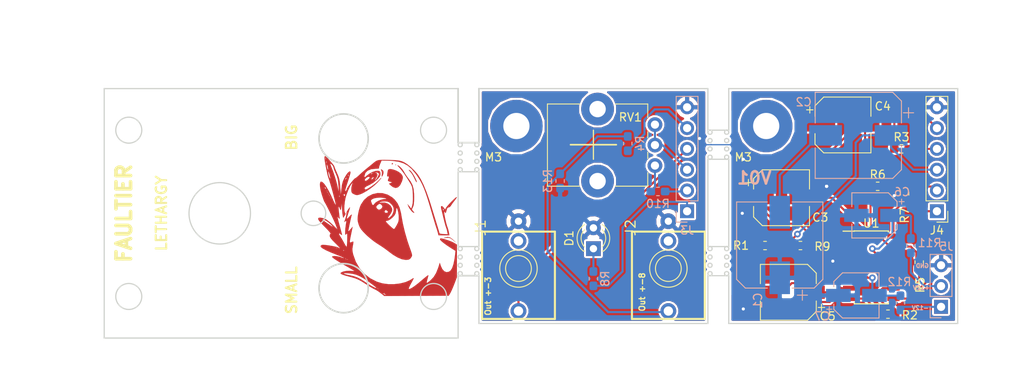
<source format=kicad_pcb>
(kicad_pcb (version 20171130) (host pcbnew "(5.0.1-3-g963ef8bb5)")
  (layers (0 F.Cu signal) (31 B.Cu signal) (34 B.Paste user) (35 F.Paste user) (36 B.SilkS user) (37 F.SilkS user) (38 B.Mask user) (39 F.Mask user) (44 Edge.Cuts user))
  (net 0 "")
  (net 1 "Net-(C1-Pad2)")
  (net 2 "Net-(C3-Pad1)")
  (net 3 "Net-(C5-Pad2)")
  (net 4 "Net-(C6-Pad1)")
  (net 5 GND)
  (net 6 "Net-(C7-Pad2)")
  (net 7 "Net-(D1-Pad1)")
  (net 8 -12V)
  (net 9 +12V)
  (net 10 "Net-(R2-Pad1)")
  (net 11 "Net-(R5-Pad2)")
  (net 12 Pot1)
  (net 13 Pot2)
  (net 14 Out2)
  (net 15 "Net-(J3-Pad1)")
  (net 16 "Net-(J3-Pad2)")
  (net 17 "Net-(J3-Pad3)")
  (net 18 LED)
  (net 19 Out1)
  (net 20 "Net-(J3-Pad5)")
  (net 21 "Net-(R10-Pad2)")
  (net 22 "Net-(J1-Pad1)")
  (net 23 "Net-(J2-Pad1)")
  (net 24 "Net-(J1-Pad3)")
  (net 25 "Net-(J2-Pad3)")
  (module MountingHole:MountingHole_3.2mm_M3_Pad (layer F.Cu) (at 111.252 80.772)
    (fp_text reference M3 (at -2.794 3.81) (layer F.SilkS))
    (fp_text value MountingHole_3.2mm_M3_Pad)
    (pad 1 thru_hole circle (at 0 0) (size 6.4 6.4) (drill 3.2) (layers *.Cu *.Mask))
  )
  (module Capacitor_SMD:CP_Elec_10x10 (layer B.Cu) (at 112.903 95.314 90)
    (fp_text reference C1 (at -6.794 -2.667 90) (layer B.SilkS) (effects (justify mirror)))
    (fp_text value 1000uF)
    (pad 1 smd rect (at -4 0 90) (size 4 2.5) (layers B.Cu B.Paste B.Mask) (net 5 GND))
    (pad 2 smd rect (at 4 0 90) (size 4 2.5) (layers B.Cu B.Paste B.Mask) (net 1 "Net-(C1-Pad2)"))
  )
  (module Capacitor_SMD:CP_Elec_10x10 (layer B.Cu) (at 122.492 81.915 180)
    (fp_text reference C2 (at 6.668 4.064 180) (layer B.SilkS) (effects (justify mirror)))
    (fp_text value 1000uF)
    (pad 2 smd rect (at 4 0 180) (size 4 2.5) (layers B.Cu B.Paste B.Mask) (net 1 "Net-(C1-Pad2)"))
    (pad 1 smd rect (at -4 0 180) (size 4 2.5) (layers B.Cu B.Paste B.Mask) (net 12 Pot1))
  )
  (module Capacitor_SMD:CP_Elec_6.3x5.4_Nichicon (layer F.Cu) (at 113.124 89.535)
    (fp_text reference C3 (at 4.732 2.413) (layer F.SilkS))
    (fp_text value "10uF BP")
    (pad 1 smd rect (at -2.7 0) (size 3.5 1.6) (layers F.Cu F.Paste F.Mask) (net 2 "Net-(C3-Pad1)"))
    (pad 2 smd rect (at 2.7 0) (size 3.5 1.6) (layers F.Cu F.Paste F.Mask) (net 13 Pot2))
  )
  (module Capacitor_SMD:CP_Elec_6.3x5.4_Nichicon (layer F.Cu) (at 120.617 80.645)
    (fp_text reference C4 (at 4.859 -2.286) (layer F.SilkS))
    (fp_text value "10uF BP")
    (pad 2 smd rect (at 2.7 0) (size 3.5 1.6) (layers F.Cu F.Paste F.Mask) (net 13 Pot2))
    (pad 1 smd rect (at -2.7 0) (size 3.5 1.6) (layers F.Cu F.Paste F.Mask) (net 2 "Net-(C3-Pad1)"))
  )
  (module Capacitor_SMD:CP_Elec_6.3x5.4_Nichicon (layer F.Cu) (at 113.952 101.092 180)
    (fp_text reference C5 (at -4.793 -2.921 180) (layer F.SilkS))
    (fp_text value "10uF BP")
    (pad 2 smd rect (at 2.7 0 180) (size 3.5 1.6) (layers F.Cu F.Paste F.Mask) (net 3 "Net-(C5-Pad2)"))
    (pad 1 smd rect (at -2.7 0 180) (size 3.5 1.6) (layers F.Cu F.Paste F.Mask) (net 14 Out2))
  )
  (module Capacitor_SMD:CP_Elec_5x4.5 (layer B.Cu) (at 124.46 91.694 180)
    (fp_text reference C6 (at -3.3655 2.8575 180) (layer B.SilkS) (effects (justify mirror)))
    (fp_text value 10uF)
    (pad 1 smd rect (at -2.2 0 180) (size 3 1.6) (layers B.Cu B.Paste B.Mask) (net 4 "Net-(C6-Pad1)"))
    (pad 2 smd rect (at 2.2 0 180) (size 3 1.6) (layers B.Cu B.Paste B.Mask) (net 5 GND))
  )
  (module Capacitor_SMD:CP_Elec_5x4.5 (layer B.Cu) (at 122.26 101.473)
    (fp_text reference C7 (at -4.15 2.54) (layer B.SilkS) (effects (justify mirror)))
    (fp_text value 10uF)
    (pad 2 smd rect (at 2.2 0) (size 3 1.6) (layers B.Cu B.Paste B.Mask) (net 6 "Net-(C7-Pad2)"))
    (pad 1 smd rect (at -2.2 0) (size 3 1.6) (layers B.Cu B.Paste B.Mask) (net 5 GND))
  )
  (module LED_THT:LED_D3.0mm (layer F.Cu) (at 90.17 95.758 90)
    (fp_text reference D1 (at 1.27 -2.96 90) (layer F.SilkS))
    (fp_text value LED_Dual_2pin)
    (pad 1 thru_hole rect (at 0 0 90) (size 1.8 1.8) (drill 0.9) (layers *.Cu *.Mask) (net 7 "Net-(D1-Pad1)"))
    (pad 2 thru_hole circle (at 2.54 0 90) (size 1.8 1.8) (drill 0.9) (layers *.Cu *.Mask) (net 5 GND))
  )
  (module Resistor_SMD:R_0603_1608Metric_Pad1.05x0.95mm_HandSolder (layer F.Cu) (at 111.111 95.377)
    (fp_text reference R1 (at -2.935 0) (layer F.SilkS))
    (fp_text value 1m)
    (pad 1 smd roundrect (at -0.875 0) (size 1.05 0.95) (layers F.Cu F.Paste F.Mask) (net 3 "Net-(C5-Pad2)"))
    (pad 2 smd roundrect (at 0.875 0) (size 1.05 0.95) (layers F.Cu F.Paste F.Mask) (net 12 Pot1))
  )
  (module Resistor_SMD:R_0603_1608Metric_Pad1.05x0.95mm_HandSolder (layer F.Cu) (at 126.111 103.759 180)
    (fp_text reference R2 (at -2.667 -0.127 180) (layer F.SilkS))
    (fp_text value 680k)
    (pad 2 smd roundrect (at 0.875 0 180) (size 1.05 0.95) (layers F.Cu F.Paste F.Mask) (net 14 Out2))
    (pad 1 smd roundrect (at -0.875 0 180) (size 1.05 0.95) (layers F.Cu F.Paste F.Mask) (net 10 "Net-(R2-Pad1)"))
  )
  (module Resistor_SMD:R_0603_1608Metric_Pad1.05x0.95mm_HandSolder (layer F.Cu) (at 127.762 83.566)
    (fp_text reference R3 (at 0 -1.43) (layer F.SilkS))
    (fp_text value 1k)
    (pad 1 smd roundrect (at -0.875 0) (size 1.05 0.95) (layers F.Cu F.Paste F.Mask) (net 2 "Net-(C3-Pad1)"))
    (pad 2 smd roundrect (at 0.875 0) (size 1.05 0.95) (layers F.Cu F.Paste F.Mask) (net 19 Out1))
  )
  (module Resistor_SMD:R_0603_1608Metric_Pad1.05x0.95mm_HandSolder (layer B.Cu) (at 94.361 82.917 270)
    (fp_text reference R4 (at 0 -1.5 270) (layer B.SilkS) (effects (justify mirror)))
    (fp_text value 4k7)
    (pad 2 smd roundrect (at 0.875 0 270) (size 1.05 0.95) (layers B.Cu B.Paste B.Mask) (net 20 "Net-(J3-Pad5)"))
    (pad 1 smd roundrect (at -0.875 0 270) (size 1.05 0.95) (layers B.Cu B.Paste B.Mask) (net 23 "Net-(J2-Pad1)"))
  )
  (module Resistor_SMD:R_0603_1608Metric_Pad1.05x0.95mm_HandSolder (layer F.Cu) (at 129.921 97.409 90)
    (fp_text reference R5 (at -2.794 0.127 90) (layer F.SilkS))
    (fp_text value 910k)
    (pad 1 smd roundrect (at -0.875 0 90) (size 1.05 0.95) (layers F.Cu F.Paste F.Mask) (net 10 "Net-(R2-Pad1)"))
    (pad 2 smd roundrect (at 0.875 0 90) (size 1.05 0.95) (layers F.Cu F.Paste F.Mask) (net 11 "Net-(R5-Pad2)"))
  )
  (module Resistor_SMD:R_0603_1608Metric_Pad1.05x0.95mm_HandSolder (layer F.Cu) (at 124.855 88.138)
    (fp_text reference R6 (at 0 -1.43) (layer F.SilkS))
    (fp_text value 6m8)
    (pad 2 smd roundrect (at 0.875 0) (size 1.05 0.95) (layers F.Cu F.Paste F.Mask) (net 13 Pot2))
    (pad 1 smd roundrect (at -0.875 0) (size 1.05 0.95) (layers F.Cu F.Paste F.Mask) (net 11 "Net-(R5-Pad2)"))
  )
  (module Resistor_SMD:R_0603_1608Metric_Pad1.05x0.95mm_HandSolder (layer F.Cu) (at 128.143 89.041 90)
    (fp_text reference R7 (at -2.653 0 90) (layer F.SilkS))
    (fp_text value 10m)
    (pad 1 smd roundrect (at -0.875 0 90) (size 1.05 0.95) (layers F.Cu F.Paste F.Mask) (net 18 LED))
    (pad 2 smd roundrect (at 0.875 0 90) (size 1.05 0.95) (layers F.Cu F.Paste F.Mask) (net 13 Pot2))
  )
  (module Resistor_SMD:R_0603_1608Metric_Pad1.05x0.95mm_HandSolder (layer B.Cu) (at 90.17 99.427 90)
    (fp_text reference R8 (at 0 1.43 90) (layer B.SilkS) (effects (justify mirror)))
    (fp_text value 330r)
    (pad 2 smd roundrect (at 0.875 0 90) (size 1.05 0.95) (layers B.Cu B.Paste B.Mask) (net 7 "Net-(D1-Pad1)"))
    (pad 1 smd roundrect (at -0.875 0 90) (size 1.05 0.95) (layers B.Cu B.Paste B.Mask) (net 15 "Net-(J3-Pad1)"))
  )
  (module Resistor_SMD:R_0603_1608Metric_Pad1.05x0.95mm_HandSolder (layer F.Cu) (at 115.429 95.377)
    (fp_text reference R9 (at 2.681 0.127) (layer F.SilkS))
    (fp_text value 1m)
    (pad 1 smd roundrect (at -0.875 0) (size 1.05 0.95) (layers F.Cu F.Paste F.Mask) (net 12 Pot1))
    (pad 2 smd roundrect (at 0.875 0) (size 1.05 0.95) (layers F.Cu F.Paste F.Mask) (net 2 "Net-(C3-Pad1)"))
  )
  (module Resistor_SMD:R_0603_1608Metric_Pad1.05x0.95mm_HandSolder (layer B.Cu) (at 98.044 88.773 180)
    (fp_text reference R10 (at 0 -1.5 180) (layer B.SilkS) (effects (justify mirror)))
    (fp_text value 820k)
    (pad 2 smd roundrect (at 0.875 0 180) (size 1.05 0.95) (layers B.Cu B.Paste B.Mask) (net 21 "Net-(R10-Pad2)"))
    (pad 1 smd roundrect (at -0.875 0 180) (size 1.05 0.95) (layers B.Cu B.Paste B.Mask) (net 16 "Net-(J3-Pad2)"))
  )
  (module Resistor_SMD:R_0603_1608Metric_Pad1.05x0.95mm_HandSolder (layer B.Cu) (at 128.905 95.391 270)
    (fp_text reference R11 (at -0.3315 -2.286) (layer B.SilkS) (effects (justify mirror)))
    (fp_text value 10r)
    (pad 1 smd roundrect (at -0.875 0 270) (size 1.05 0.95) (layers B.Cu B.Paste B.Mask) (net 4 "Net-(C6-Pad1)"))
    (pad 2 smd roundrect (at 0.875 0 270) (size 1.05 0.95) (layers B.Cu B.Paste B.Mask) (net 9 +12V))
  )
  (module Resistor_SMD:R_0603_1608Metric_Pad1.05x0.95mm_HandSolder (layer B.Cu) (at 127.635 102.376 270)
    (fp_text reference R12 (at -2.554 0.127) (layer B.SilkS) (effects (justify mirror)))
    (fp_text value 10r)
    (pad 2 smd roundrect (at 0.875 0 270) (size 1.05 0.95) (layers B.Cu B.Paste B.Mask) (net 8 -12V))
    (pad 1 smd roundrect (at -0.875 0 270) (size 1.05 0.95) (layers B.Cu B.Paste B.Mask) (net 6 "Net-(C7-Pad2)"))
  )
  (module Resistor_SMD:R_0603_1608Metric_Pad1.05x0.95mm_HandSolder (layer B.Cu) (at 86.106 87.489 90)
    (fp_text reference R13 (at 0 -1.5 90) (layer B.SilkS) (effects (justify mirror)))
    (fp_text value "4k7 Mod")
    (pad 1 smd roundrect (at -0.875 0 90) (size 1.05 0.95) (layers B.Cu B.Paste B.Mask) (net 5 GND))
    (pad 2 smd roundrect (at 0.875 0 90) (size 1.05 0.95) (layers B.Cu B.Paste B.Mask) (net 23 "Net-(J2-Pad1)"))
  )
  (module Potentiometer_THT:Potentiometer_Alps_RK09K_Single_Vertical (layer F.Cu) (at 97.678 80.603 180)
    (fp_text reference RV1 (at 3 0.9 180) (layer F.SilkS))
    (fp_text value 250kB)
    (pad 3 thru_hole circle (at 0 -5 180) (size 1.8 1.8) (drill 1) (layers *.Cu *.Mask) (net 21 "Net-(R10-Pad2)"))
    (pad 2 thru_hole circle (at 0 -2.5 180) (size 1.8 1.8) (drill 1) (layers *.Cu *.Mask) (net 17 "Net-(J3-Pad3)"))
    (pad 1 thru_hole circle (at 0 0 180) (size 1.8 1.8) (drill 1) (layers *.Cu *.Mask) (net 17 "Net-(J3-Pad3)"))
    (pad "" np_thru_hole circle (at 7 -6.9 180) (size 4 4) (drill 2) (layers *.Cu *.Mask))
    (pad "" np_thru_hole circle (at 7 1.9 180) (size 4 4) (drill 2) (layers *.Cu *.Mask))
  )
  (module Package_SO:SOIC-14_3.9x8.7mm_P1.27mm (layer F.Cu) (at 124.079 98.044)
    (fp_text reference U1 (at 0 -5.375) (layer F.SilkS))
    (fp_text value TL074)
    (pad 1 smd rect (at -2.7 -3.81) (size 1.5 0.6) (layers F.Cu F.Paste F.Mask) (net 2 "Net-(C3-Pad1)"))
    (pad 2 smd rect (at -2.7 -2.54) (size 1.5 0.6) (layers F.Cu F.Paste F.Mask) (net 13 Pot2))
    (pad 3 smd rect (at -2.7 -1.27) (size 1.5 0.6) (layers F.Cu F.Paste F.Mask) (net 5 GND))
    (pad 4 smd rect (at -2.7 0) (size 1.5 0.6) (layers F.Cu F.Paste F.Mask) (net 6 "Net-(C7-Pad2)"))
    (pad 5 smd rect (at -2.7 1.27) (size 1.5 0.6) (layers F.Cu F.Paste F.Mask) (net 5 GND))
    (pad 6 smd rect (at -2.7 2.54) (size 1.5 0.6) (layers F.Cu F.Paste F.Mask) (net 3 "Net-(C5-Pad2)"))
    (pad 7 smd rect (at -2.7 3.81) (size 1.5 0.6) (layers F.Cu F.Paste F.Mask) (net 14 Out2))
    (pad 8 smd rect (at 2.7 3.81) (size 1.5 0.6) (layers F.Cu F.Paste F.Mask) (net 11 "Net-(R5-Pad2)"))
    (pad 9 smd rect (at 2.7 2.54) (size 1.5 0.6) (layers F.Cu F.Paste F.Mask) (net 10 "Net-(R2-Pad1)"))
    (pad 10 smd rect (at 2.7 1.27) (size 1.5 0.6) (layers F.Cu F.Paste F.Mask) (net 5 GND))
    (pad 11 smd rect (at 2.7 0) (size 1.5 0.6) (layers F.Cu F.Paste F.Mask) (net 4 "Net-(C6-Pad1)"))
    (pad 12 smd rect (at 2.7 -1.27) (size 1.5 0.6) (layers F.Cu F.Paste F.Mask) (net 5 GND))
    (pad 13 smd rect (at 2.7 -2.54) (size 1.5 0.6) (layers F.Cu F.Paste F.Mask) (net 11 "Net-(R5-Pad2)"))
    (pad 14 smd rect (at 2.7 -3.81) (size 1.5 0.6) (layers F.Cu F.Paste F.Mask) (net 18 LED))
  )
  (module Connector_PinHeader_2.54mm:PinHeader_1x06_P2.54mm_Vertical (layer F.Cu) (at 132.08 91.186 180)
    (fp_text reference J4 (at 0 -2.33 180) (layer F.SilkS))
    (fp_text value Conn_01x06_Female)
    (pad 1 thru_hole rect (at 0 0 180) (size 1.7 1.7) (drill 1) (layers *.Cu *.Mask) (net 18 LED))
    (pad 2 thru_hole oval (at 0 2.54 180) (size 1.7 1.7) (drill 1) (layers *.Cu *.Mask) (net 13 Pot2))
    (pad 3 thru_hole oval (at 0 5.08 180) (size 1.7 1.7) (drill 1) (layers *.Cu *.Mask) (net 12 Pot1))
    (pad 4 thru_hole oval (at 0 7.62 180) (size 1.7 1.7) (drill 1) (layers *.Cu *.Mask) (net 19 Out1))
    (pad 5 thru_hole oval (at 0 10.16 180) (size 1.7 1.7) (drill 1) (layers *.Cu *.Mask) (net 14 Out2))
    (pad 6 thru_hole oval (at 0 12.7 180) (size 1.7 1.7) (drill 1) (layers *.Cu *.Mask) (net 5 GND))
  )
  (module Connector_PinHeader_2.54mm:PinHeader_1x03_P2.54mm_Vertical (layer B.Cu) (at 132.588 102.87)
    (fp_text reference J5 (at 0.635 -7.366) (layer B.SilkS) (effects (justify mirror)))
    (fp_text value Conn_01x03_Female)
    (pad 1 thru_hole rect (at 0 0) (size 1.7 1.7) (drill 1) (layers *.Cu *.Mask) (net 8 -12V))
    (pad 2 thru_hole oval (at 0 -2.54) (size 1.7 1.7) (drill 1) (layers *.Cu *.Mask) (net 9 +12V))
    (pad 3 thru_hole oval (at 0 -5.08) (size 1.7 1.7) (drill 1) (layers *.Cu *.Mask) (net 5 GND))
  )
  (module Connector_PinHeader_2.54mm:PinHeader_1x06_P2.54mm_Vertical (layer B.Cu) (at 101.6 91.186)
    (fp_text reference J3 (at 0 2.33) (layer B.SilkS) (effects (justify mirror)))
    (fp_text value Conn_01x06_Female)
    (pad 1 thru_hole rect (at 0 0) (size 1.7 1.7) (drill 1) (layers *.Cu *.Mask) (net 15 "Net-(J3-Pad1)"))
    (pad 2 thru_hole oval (at 0 -2.54) (size 1.7 1.7) (drill 1) (layers *.Cu *.Mask) (net 16 "Net-(J3-Pad2)"))
    (pad 3 thru_hole oval (at 0 -5.08) (size 1.7 1.7) (drill 1) (layers *.Cu *.Mask) (net 17 "Net-(J3-Pad3)"))
    (pad 4 thru_hole oval (at 0 -7.62) (size 1.7 1.7) (drill 1) (layers *.Cu *.Mask) (net 22 "Net-(J1-Pad1)"))
    (pad 5 thru_hole oval (at 0 -10.16) (size 1.7 1.7) (drill 1) (layers *.Cu *.Mask) (net 20 "Net-(J3-Pad5)"))
    (pad 6 thru_hole oval (at 0 -12.7) (size 1.7 1.7) (drill 1) (layers *.Cu *.Mask) (net 5 GND))
  )
  (module MountingHole:MountingHole_3.2mm_M3_Pad (layer F.Cu) (at 80.772 80.772)
    (fp_text reference M3 (at -2.794 3.81) (layer F.SilkS))
    (fp_text value MountingHole_3.2mm_M3_Pad)
    (pad 1 thru_hole circle (at 0 0) (size 6.4 6.4) (drill 3.2) (layers *.Cu *.Mask))
  )
  (module 4ms-footprints:PJ301M-12 (layer F.Cu) (at 81.026 98.171 90)
    (fp_text reference J1 (at 3.8354 -3.9116 90) (layer F.SilkS) (effects (font (size 1.2065 1.2065) (thickness 0.1524)) (justify left bottom)))
    (fp_text value "Out +-3" (at -5.842 -3.302 90) (layer F.SilkS) (effects (font (size 0.7 0.7) (thickness 0.1524)) (justify left bottom)))
    (pad 3 thru_hole circle (at 3.3528 0 90) (size 1.9304 1.9304) (drill 1.143) (layers *.Cu *.Mask) (net 24 "Net-(J1-Pad3)"))
    (pad 2 thru_hole circle (at 5.7658 0 90) (size 1.9304 1.9304) (drill 0.889) (layers *.Cu *.Mask) (net 5 GND))
    (pad 1 thru_hole circle (at -5.207 0 90) (size 1.9304 1.9304) (drill 1.143) (layers *.Cu *.Mask) (net 22 "Net-(J1-Pad1)"))
  )
  (module 4ms-footprints:PJ301M-12 (layer F.Cu) (at 99.314 98.171 90)
    (fp_text reference J2 (at 3.8354 -3.9116 90) (layer F.SilkS) (effects (font (size 1.2065 1.2065) (thickness 0.1524)) (justify left bottom)))
    (fp_text value "Out +-8" (at -5.334 -2.794 90) (layer F.SilkS) (effects (font (size 0.7 0.7) (thickness 0.1524)) (justify left bottom)))
    (pad 1 thru_hole circle (at -5.207 0 90) (size 1.9304 1.9304) (drill 1.143) (layers *.Cu *.Mask) (net 23 "Net-(J2-Pad1)"))
    (pad 2 thru_hole circle (at 5.7658 0 90) (size 1.9304 1.9304) (drill 0.889) (layers *.Cu *.Mask) (net 5 GND))
    (pad 3 thru_hole circle (at 3.3528 0 90) (size 1.9304 1.9304) (drill 1.143) (layers *.Cu *.Mask) (net 25 "Net-(J2-Pad3)"))
  )
  (module Eurorack:Sloth2Mask (layer F.Cu) (at 64.77 92.71 90)
    (fp_text reference G*** hide)
    (fp_text value LOGO hide)
  )
  (module Eurorack:Sloth2Cu (layer F.Cu) (at 64.77 92.71 90)
    (fp_text reference G*** hide)
    (fp_text value LOGO hide)
    (fp_poly (pts (xy 6.638811 -0.482578) (xy 6.588997 -0.383417) (xy 6.431465 -0.225923) (xy 6.188137 -0.211346) (xy 5.950186 -0.285153) (xy 5.769035 -0.378887) (xy 5.766972 -0.430419) (xy 5.936879 -0.42452) (xy 6.009248 -0.41152) (xy 6.282329 -0.408525) (xy 6.48674 -0.46803) (xy 6.630335 -0.534273) (xy 6.638811 -0.482578)) (layer F.Cu) (width 0.01))
    (fp_poly (pts (xy 7.337778 0.79963) (xy 7.427523 0.884166) (xy 7.431852 0.899256) (xy 7.359068 0.939662) (xy 7.337778 0.940741) (xy 7.247319 0.868421) (xy 7.243704 0.841115) (xy 7.301337 0.784931) (xy 7.337778 0.79963)) (layer F.Cu) (width 0.01))
    (fp_poly (pts (xy 7.243704 1.27) (xy 7.196667 1.317037) (xy 7.14963 1.27) (xy 7.196667 1.222963) (xy 7.243704 1.27)) (layer F.Cu) (width 0.01))
    (fp_poly (pts (xy 6.082984 0.247771) (xy 6.348352 0.289701) (xy 6.540282 0.328432) (xy 6.561667 0.334327) (xy 6.661618 0.45192) (xy 6.674528 0.68486) (xy 6.61412 0.989607) (xy 6.494119 1.322616) (xy 6.328247 1.640346) (xy 6.130227 1.899253) (xy 6.043746 1.977652) (xy 5.834617 2.111006) (xy 5.626265 2.149549) (xy 5.353352 2.096817) (xy 5.141637 2.026483) (xy 4.705655 1.814815) (xy 4.446765 1.55819) (xy 4.367747 1.264111) (xy 4.471382 0.940078) (xy 4.650967 0.702817) (xy 4.888922 0.446059) (xy 4.977145 0.669881) (xy 5.039127 0.808953) (xy 5.078917 0.797285) (xy 5.124645 0.619111) (xy 5.132512 0.582807) (xy 5.201843 0.373304) (xy 5.299736 0.320118) (xy 5.351495 0.334776) (xy 5.632298 0.437346) (xy 5.77021 0.447926) (xy 5.78618 0.367025) (xy 5.778641 0.345163) (xy 5.771226 0.253092) (xy 5.874153 0.22687) (xy 6.082984 0.247771)) (layer F.Cu) (width 0.01))
    (fp_poly (pts (xy 0.810017 -3.360546) (xy 1.176213 -3.310664) (xy 1.601075 -3.222121) (xy 2.023352 -3.097646) (xy 2.337755 -2.970477) (xy 2.903359 -2.588699) (xy 3.329673 -2.104788) (xy 3.61244 -1.547319) (xy 3.747406 -0.944868) (xy 3.730315 -0.326007) (xy 3.556911 0.280686) (xy 3.222939 0.846638) (xy 2.95106 1.147765) (xy 2.509422 1.49095) (xy 1.984572 1.741179) (xy 1.336793 1.915167) (xy 0.987778 1.974032) (xy 0.021405 2.147978) (xy -1.026584 2.396123) (xy -2.075269 2.697892) (xy -2.753758 2.925471) (xy -3.208983 3.088383) (xy -3.5216 3.195967) (xy -3.72664 3.25489) (xy -3.859135 3.271818) (xy -3.954118 3.253419) (xy -4.046621 3.206357) (xy -4.092222 3.18018) (xy -4.290741 3.034936) (xy -4.388931 2.848684) (xy -4.418606 2.554545) (xy -4.419121 2.492963) (xy -4.344702 2.043742) (xy -4.12999 1.517404) (xy -3.86291 1.067505) (xy -0.658518 1.067505) (xy -0.582688 1.148832) (xy -0.392575 1.277245) (xy -0.144242 1.419946) (xy 0.106244 1.544139) (xy 0.260025 1.60484) (xy 0.561162 1.649588) (xy 0.959484 1.643396) (xy 1.372965 1.592635) (xy 1.719584 1.503672) (xy 1.758154 1.488512) (xy 1.906222 1.421717) (xy 1.924977 1.38146) (xy 1.794023 1.349891) (xy 1.563711 1.31837) (xy 1.252683 1.252812) (xy 1.010664 1.122783) (xy 0.754019 0.882543) (xy 0.740563 0.868169) (xy 0.538834 0.620527) (xy 0.414024 0.410532) (xy 0.689675 0.410532) (xy 0.760601 0.542309) (xy 1.037276 0.821008) (xy 1.423974 0.992723) (xy 1.72626 1.032312) (xy 2.002039 0.999781) (xy 2.235691 0.871588) (xy 2.408297 0.714963) (xy 2.611455 0.482328) (xy 2.704343 0.262896) (xy 2.726731 -0.040271) (xy 2.726708 -0.061148) (xy 2.706122 -0.360763) (xy 2.655671 -0.594776) (xy 2.625595 -0.658518) (xy 2.567602 -0.707201) (xy 2.562228 -0.600343) (xy 2.583332 -0.451807) (xy 2.578892 -0.032219) (xy 2.443255 0.346007) (xy 2.204293 0.64257) (xy 1.889877 0.817166) (xy 1.685337 0.846667) (xy 1.463268 0.789084) (xy 1.191927 0.643758) (xy 1.080324 0.56323) (xy 0.826283 0.379818) (xy 0.694768 0.328834) (xy 0.689675 0.410532) (xy 0.414024 0.410532) (xy 0.406553 0.397962) (xy 0.376297 0.291417) (xy 0.343591 0.116463) (xy 0.316224 0.078395) (xy 1.317038 0.078395) (xy 1.348928 0.258577) (xy 1.381993 0.31582) (xy 1.486862 0.31993) (xy 1.601231 0.218609) (xy 1.664316 0.080953) (xy 1.651876 0.009028) (xy 1.516259 -0.089257) (xy 1.376275 -0.05625) (xy 1.317038 0.078395) (xy 0.316224 0.078395) (xy 0.302841 0.05978) (xy 0.217584 0.105479) (xy 0.050295 0.25335) (xy -0.159497 0.461961) (xy -0.372266 0.689876) (xy -0.548482 0.895662) (xy -0.648619 1.037885) (xy -0.658518 1.067505) (xy -3.86291 1.067505) (xy -3.789474 0.943803) (xy -3.440338 0.476005) (xy -3.144071 0.088027) (xy -2.819418 -0.374901) (xy -2.637559 -0.655437) (xy 1.71809 -0.655437) (xy 1.874333 -0.449272) (xy 1.899696 -0.430571) (xy 2.067252 -0.337638) (xy 2.193127 -0.371051) (xy 2.275993 -0.439817) (xy 2.40722 -0.583888) (xy 2.445926 -0.662677) (xy 2.392356 -0.778937) (xy 2.274993 -0.942842) (xy 2.127143 -1.084547) (xy 1.983637 -1.084002) (xy 1.898697 -1.044028) (xy 1.726184 -0.870371) (xy 1.71809 -0.655437) (xy -2.637559 -0.655437) (xy -2.528925 -0.823014) (xy -2.485972 -0.893703) (xy -2.204347 -1.312489) (xy -2.032409 -1.534595) (xy 2.274291 -1.534595) (xy 2.306938 -1.414203) (xy 2.436763 -1.321941) (xy 2.613376 -1.150597) (xy 2.788459 -0.859288) (xy 2.93104 -0.51388) (xy 3.010153 -0.18024) (xy 3.016983 -0.087891) (xy 3.034354 0.101273) (xy 3.068892 0.133518) (xy 3.111261 0.038201) (xy 3.152129 -0.155324) (xy 3.18216 -0.417701) (xy 3.191907 -0.638021) (xy 3.166673 -1.046903) (xy 3.088888 -1.39154) (xy 2.972562 -1.636822) (xy 2.831707 -1.747636) (xy 2.75218 -1.739959) (xy 2.515206 -1.653578) (xy 2.422408 -1.624651) (xy 2.274291 -1.534595) (xy -2.032409 -1.534595) (xy -1.842893 -1.779406) (xy -1.462429 -2.217614) (xy -1.322972 -2.363187) (xy -0.965136 -2.711123) (xy -0.683208 -2.9482) (xy -0.431281 -3.106952) (xy -0.163452 -3.219914) (xy -0.071221 -3.250342) (xy 0.242893 -3.337775) (xy 0.510208 -3.373231) (xy 0.810017 -3.360546)) (layer F.Cu) (width 0.01))
    (fp_poly (pts (xy 7.078775 1.640855) (xy 6.898649 1.856547) (xy 6.657909 2.076074) (xy 6.405212 2.250219) (xy 6.365597 2.271251) (xy 6.049992 2.454829) (xy 5.707717 2.689419) (xy 5.576564 2.790636) (xy 5.138434 3.10972) (xy 4.717274 3.324534) (xy 4.257514 3.452897) (xy 3.703583 3.512628) (xy 3.292593 3.52299) (xy 2.786845 3.516941) (xy 2.427699 3.489763) (xy 2.174307 3.436523) (xy 2.014447 3.368682) (xy 1.811421 3.270203) (xy 1.68304 3.275287) (xy 1.541963 3.39179) (xy 1.520558 3.413106) (xy 1.381506 3.525724) (xy 1.31751 3.525418) (xy 1.317038 3.519247) (xy 1.390471 3.37156) (xy 1.575184 3.179203) (xy 1.817793 2.988535) (xy 2.064915 2.845914) (xy 2.116667 2.824824) (xy 2.398889 2.721381) (xy 1.845337 3.171999) (xy 2.201862 3.289662) (xy 2.527939 3.351425) (xy 3.00792 3.37786) (xy 3.513452 3.371108) (xy 3.982313 3.34664) (xy 4.315078 3.308361) (xy 4.563769 3.2459) (xy 4.780405 3.148886) (xy 4.862992 3.102074) (xy 5.548064 2.681595) (xy 6.132997 2.289742) (xy 6.590209 1.945548) (xy 6.786315 1.774957) (xy 6.987328 1.593457) (xy 7.119269 1.488823) (xy 7.14963 1.478212) (xy 7.078775 1.640855)) (layer F.Cu) (width 0.01))
    (fp_poly (pts (xy 6.585186 2.886161) (xy 6.503492 3.041173) (xy 6.280006 3.241609) (xy 5.947121 3.461763) (xy 5.671091 3.611475) (xy 5.358951 3.763808) (xy 5.178927 3.838583) (xy 5.097276 3.847066) (xy 5.08 3.808814) (xy 5.158767 3.748471) (xy 5.363379 3.640502) (xy 5.59689 3.531998) (xy 5.925822 3.360796) (xy 6.217264 3.165798) (xy 6.349482 3.049077) (xy 6.49955 2.908209) (xy 6.580569 2.873149) (xy 6.585186 2.886161)) (layer F.Cu) (width 0.01))
    (fp_poly (pts (xy -1.697946 7.243704) (xy -1.617058 7.60087) (xy -1.667186 7.888624) (xy -1.864712 8.175375) (xy -1.94046 8.256382) (xy -2.281662 8.607778) (xy -1.978793 8.241814) (xy -1.795534 7.99666) (xy -1.717442 7.793957) (xy -1.71614 7.54362) (xy -1.726901 7.442184) (xy -1.748163 7.209723) (xy -1.735188 7.156483) (xy -1.697946 7.243704)) (layer F.Cu) (width 0.01))
    (fp_poly (pts (xy 0.730588 -8.116646) (xy 0.740254 -7.906662) (xy 0.664212 -7.541781) (xy 0.648264 -7.483181) (xy 0.48646 -7.147125) (xy 0.163314 -6.727396) (xy -0.074617 -6.469382) (xy -0.694219 -5.827586) (xy -0.088406 -6.058033) (xy 0.181465 -6.171076) (xy 0.554872 -6.34121) (xy 0.991274 -6.548419) (xy 1.162738 -6.632222) (xy 3.104445 -6.632222) (xy 3.151482 -6.585185) (xy 3.198519 -6.632222) (xy 3.151482 -6.679259) (xy 3.104445 -6.632222) (xy 1.162738 -6.632222) (xy 1.450133 -6.772685) (xy 1.545107 -6.82037) (xy 3.386667 -6.82037) (xy 3.433704 -6.773333) (xy 3.480741 -6.82037) (xy 3.433704 -6.867407) (xy 3.386667 -6.82037) (xy 1.545107 -6.82037) (xy 1.732475 -6.914444) (xy 3.574815 -6.914444) (xy 3.621852 -6.867407) (xy 3.668889 -6.914444) (xy 3.621852 -6.961481) (xy 3.574815 -6.914444) (xy 1.732475 -6.914444) (xy 1.89091 -6.993991) (xy 1.918901 -7.008518) (xy 3.762963 -7.008518) (xy 3.81 -6.961481) (xy 3.857038 -7.008518) (xy 3.81 -7.055555) (xy 3.762963 -7.008518) (xy 1.918901 -7.008518) (xy 2.100168 -7.102592) (xy 3.951112 -7.102592) (xy 3.998149 -7.055555) (xy 4.045186 -7.102592) (xy 3.998149 -7.149629) (xy 3.951112 -7.102592) (xy 2.100168 -7.102592) (xy 2.273065 -7.192322) (xy 2.46515 -7.297758) (xy 4.246916 -7.297758) (xy 4.269098 -7.248671) (xy 4.321856 -7.243703) (xy 4.449422 -7.312028) (xy 4.467853 -7.3367) (xy 4.452711 -7.390158) (xy 4.379331 -7.373672) (xy 4.246916 -7.297758) (xy 2.46515 -7.297758) (xy 2.556061 -7.347659) (xy 2.681112 -7.425538) (xy 2.808251 -7.482449) (xy 3.069333 -7.577269) (xy 3.418156 -7.693614) (xy 3.598223 -7.750745) (xy 4.107464 -7.886833) (xy 4.546311 -7.960063) (xy 4.8854 -7.968579) (xy 5.095363 -7.910523) (xy 5.145481 -7.848594) (xy 5.103965 -7.683674) (xy 4.901454 -7.468633) (xy 4.554802 -7.214743) (xy 4.080864 -6.933279) (xy 3.496494 -6.635511) (xy 2.98478 -6.403466) (xy 2.659762 -6.255905) (xy 2.420529 -6.133472) (xy 2.303933 -6.055638) (xy 2.299711 -6.041524) (xy 2.403445 -6.047765) (xy 2.653343 -6.098966) (xy 3.015392 -6.185907) (xy 3.45558 -6.299363) (xy 3.939893 -6.430113) (xy 4.43432 -6.568935) (xy 4.863838 -6.694607) (xy 5.51218 -6.694607) (xy 5.671775 -6.714714) (xy 5.986795 -6.791564) (xy 6.067778 -6.813773) (xy 6.318461 -6.888574) (xy 6.398809 -6.929847) (xy 6.321708 -6.946841) (xy 6.255926 -6.948826) (xy 5.95986 -6.910686) (xy 5.691482 -6.823768) (xy 5.516064 -6.73103) (xy 5.51218 -6.694607) (xy 4.863838 -6.694607) (xy 4.904845 -6.706605) (xy 5.317458 -6.833901) (xy 5.638144 -6.941601) (xy 5.691482 -6.961186) (xy 5.7389 -6.974705) (xy 6.538149 -6.974705) (xy 6.726297 -6.974705) (xy 6.973623 -7.012584) (xy 7.102593 -7.055555) (xy 7.290741 -7.136405) (xy 7.102593 -7.136405) (xy 6.855266 -7.098527) (xy 6.726297 -7.055555) (xy 6.538149 -6.974705) (xy 5.7389 -6.974705) (xy 5.886195 -7.016699) (xy 6.214065 -7.093117) (xy 6.61197 -7.177596) (xy 7.396516 -7.177596) (xy 7.525926 -7.164483) (xy 7.659477 -7.179267) (xy 7.643519 -7.211933) (xy 7.450917 -7.224358) (xy 7.408334 -7.211933) (xy 7.396516 -7.177596) (xy 6.61197 -7.177596) (xy 6.622752 -7.179885) (xy 7.059914 -7.266447) (xy 7.277855 -7.306419) (xy 7.933581 -7.306419) (xy 7.946494 -7.250493) (xy 7.996297 -7.243703) (xy 8.07373 -7.278124) (xy 8.059013 -7.306419) (xy 7.947369 -7.317678) (xy 7.933581 -7.306419) (xy 7.277855 -7.306419) (xy 7.473208 -7.342248) (xy 7.810295 -7.396731) (xy 7.925741 -7.411772) (xy 8.185167 -7.409639) (xy 8.274012 -7.330429) (xy 8.189056 -7.181359) (xy 8.074532 -7.078153) (xy 7.887298 -6.921387) (xy 7.63212 -6.699968) (xy 7.476048 -6.561666) (xy 7.243756 -6.367833) (xy 7.060418 -6.239697) (xy 6.987729 -6.208889) (xy 6.863348 -6.1717) (xy 6.616277 -6.072928) (xy 6.293757 -5.931766) (xy 6.198619 -5.888297) (xy 5.825338 -5.729017) (xy 5.488175 -5.622527) (xy 5.117619 -5.552474) (xy 4.644159 -5.502502) (xy 4.515556 -5.492294) (xy 3.527778 -5.416882) (xy 4.215231 -5.351685) (xy 4.744124 -5.282389) (xy 5.168498 -5.171298) (xy 5.571475 -4.990374) (xy 5.950186 -4.766493) (xy 6.221157 -4.566753) (xy 6.372232 -4.395848) (xy 6.389765 -4.276979) (xy 6.26373 -4.233333) (xy 6.124102 -4.261925) (xy 5.849164 -4.339341) (xy 5.56372 -4.427606) (xy 5.855658 -4.427606) (xy 5.868526 -4.421481) (xy 5.954377 -4.487707) (xy 5.973704 -4.515555) (xy 5.997676 -4.603504) (xy 5.984808 -4.609629) (xy 5.898958 -4.543403) (xy 5.87963 -4.515555) (xy 5.855658 -4.427606) (xy 5.56372 -4.427606) (xy 5.481464 -4.453041) (xy 5.146445 -4.562592) (xy 4.645375 -4.726927) (xy 4.299805 -4.830733) (xy 4.197983 -4.853684) (xy 5.39013 -4.853684) (xy 5.456297 -4.797777) (xy 5.606404 -4.713166) (xy 5.626403 -4.745033) (xy 5.597408 -4.797777) (xy 5.460021 -4.88722) (xy 5.427226 -4.890411) (xy 5.39013 -4.853684) (xy 4.197983 -4.853684) (xy 4.088614 -4.878336) (xy 3.990685 -4.874061) (xy 3.984899 -4.822234) (xy 3.998149 -4.797777) (xy 4.133517 -4.712943) (xy 4.202028 -4.703703) (xy 4.334163 -4.649109) (xy 4.55849 -4.507506) (xy 4.831635 -4.312164) (xy 5.110229 -4.096351) (xy 5.350899 -3.893337) (xy 5.510274 -3.736391) (xy 5.550371 -3.669422) (xy 5.610727 -3.565506) (xy 5.767648 -3.37322) (xy 5.950186 -3.173552) (xy 6.229541 -2.867893) (xy 6.545357 -2.502996) (xy 6.773334 -2.226842) (xy 7.031014 -1.908461) (xy 7.283709 -1.601313) (xy 7.458793 -1.392998) (xy 7.603418 -1.210304) (xy 7.704819 -1.030745) (xy 7.768852 -0.818736) (xy 7.801372 -0.538691) (xy 7.808236 -0.155026) (xy 7.795299 0.367847) (xy 7.786796 0.600301) (xy 7.763143 1.126087) (xy 7.733776 1.508359) (xy 7.690974 1.791737) (xy 7.627016 2.020845) (xy 7.534183 2.240304) (xy 7.486273 2.337282) (xy 7.241556 2.720892) (xy 6.885893 3.152891) (xy 6.467196 3.58085) (xy 6.033374 3.952338) (xy 5.960691 4.006744) (xy 5.437156 4.333108) (xy 4.746442 4.67308) (xy 3.908211 5.018172) (xy 2.942131 5.359896) (xy 2.492963 5.503484) (xy 1.717744 5.743528) (xy 0.991355 5.967611) (xy 0.335176 6.1692) (xy -0.229415 6.341764) (xy -0.68104 6.47877) (xy -0.998318 6.573687) (xy -1.159872 6.619982) (xy -1.167712 6.621944) (xy -1.219053 6.719104) (xy -1.257923 6.94613) (xy -1.270825 7.132759) (xy -1.288077 7.623093) (xy -0.949779 7.562127) (xy -0.680496 7.500361) (xy -0.476336 7.431297) (xy -0.463245 7.424933) (xy -0.315047 7.372839) (xy -0.027589 7.290355) (xy 0.355108 7.189606) (xy 0.712681 7.101008) (xy 0.735223 7.095575) (xy 1.612842 7.095575) (xy 1.635024 7.144663) (xy 1.687782 7.14963) (xy 1.815348 7.081306) (xy 1.833779 7.056633) (xy 1.818637 7.003175) (xy 1.745257 7.019661) (xy 1.612842 7.095575) (xy 0.735223 7.095575) (xy 1.148929 6.995867) (xy 1.534804 6.902877) (xy 1.823052 6.833423) (xy 1.952038 6.802355) (xy 2.119303 6.802809) (xy 2.157567 6.892736) (xy 2.07712 7.035125) (xy 1.888249 7.192964) (xy 1.834445 7.225365) (xy 1.719353 7.305968) (xy 1.770515 7.333912) (xy 1.796331 7.334917) (xy 1.922096 7.398914) (xy 2.144662 7.56969) (xy 2.429603 7.819197) (xy 2.665789 8.043334) (xy 2.986803 8.370099) (xy 3.187899 8.59967) (xy 3.266628 8.724443) (xy 3.220539 8.736814) (xy 3.047184 8.629178) (xy 2.791018 8.432066) (xy 2.523164 8.227255) (xy 2.279422 8.059868) (xy 2.184227 8.003819) (xy 2.029491 7.862973) (xy 1.996079 7.733247) (xy 1.959704 7.61562) (xy 1.784288 7.523311) (xy 1.604937 7.472849) (xy 1.365263 7.404122) (xy 1.294804 7.350155) (xy 1.359698 7.305438) (xy 1.480348 7.23282) (xy 1.48633 7.19349) (xy 1.373854 7.186296) (xy 1.127508 7.217189) (xy 0.795364 7.276334) (xy 0.425495 7.353895) (xy 0.065973 7.440038) (xy -0.235129 7.524925) (xy -0.376296 7.574586) (xy -0.710772 7.686199) (xy -1.05567 7.768162) (xy -1.058333 7.768621) (xy -1.411111 7.829088) (xy -1.411111 6.498664) (xy -1.011296 6.391362) (xy -0.712879 6.305944) (xy -0.462067 6.225359) (xy -0.412461 6.207217) (xy -0.260292 6.156999) (xy 0.039543 6.064921) (xy 0.453839 5.940934) (xy 0.949387 5.794986) (xy 1.42734 5.655989) (xy 2.354308 5.38384) (xy 3.124978 5.146326) (xy 3.765581 4.932458) (xy 4.30235 4.731247) (xy 4.761521 4.531704) (xy 5.169324 4.32284) (xy 5.551995 4.093666) (xy 5.935765 3.833193) (xy 6.149882 3.677732) (xy 6.687774 3.228443) (xy 7.09424 2.757673) (xy 7.38454 2.232063) (xy 7.573935 1.618255) (xy 7.677686 0.882893) (xy 7.707641 0.272676) (xy 7.723217 -0.442426) (xy 7.272902 -0.637356) (xy 7.011404 -0.733024) (xy 6.826108 -0.768268) (xy 6.77343 -0.752748) (xy 6.74606 -0.793018) (xy 6.725195 -0.978581) (xy 6.716724 -1.20679) (xy 6.650682 -1.74608) (xy 6.475777 -2.156319) (xy 6.201402 -2.424395) (xy 5.836946 -2.537197) (xy 5.761831 -2.54) (xy 5.688143 -2.511266) (xy 5.741393 -2.406532) (xy 5.85168 -2.281296) (xy 6.121467 -1.928359) (xy 6.332235 -1.529974) (xy 6.455459 -1.149079) (xy 6.473037 -0.910298) (xy 6.426657 -0.698872) (xy 6.30105 -0.607729) (xy 6.139712 -0.582105) (xy 5.950239 -0.587144) (xy 5.77321 -0.662217) (xy 5.55791 -0.835696) (xy 5.382133 -1.005945) (xy 5.173724 -1.256556) (xy 5.299141 -1.256556) (xy 5.308464 -1.233839) (xy 5.460076 -1.080806) (xy 5.694994 -0.92515) (xy 5.938372 -0.809376) (xy 6.114815 -0.775892) (xy 6.225724 -0.887004) (xy 6.269175 -1.129659) (xy 6.272694 -1.309888) (xy 6.259717 -1.307792) (xy 6.239408 -1.199444) (xy 6.141588 -0.993901) (xy 5.947552 -0.945949) (xy 5.664687 -1.056126) (xy 5.524388 -1.14739) (xy 5.360458 -1.249501) (xy 5.299141 -1.256556) (xy 5.173724 -1.256556) (xy 5.023432 -1.437281) (xy 4.905904 -1.636685) (xy 5.404585 -1.636685) (xy 5.456297 -1.552222) (xy 5.597947 -1.433641) (xy 5.667483 -1.411111) (xy 5.696157 -1.467759) (xy 5.644445 -1.552222) (xy 5.502794 -1.670803) (xy 5.433259 -1.693333) (xy 5.404585 -1.636685) (xy 4.905904 -1.636685) (xy 4.82269 -1.777869) (xy 6.047391 -1.777869) (xy 6.067129 -1.683605) (xy 6.073827 -1.665757) (xy 6.148351 -1.55056) (xy 6.190721 -1.549733) (xy 6.180169 -1.64925) (xy 6.126489 -1.718419) (xy 6.047391 -1.777869) (xy 4.82269 -1.777869) (xy 4.743702 -1.911882) (xy 4.704925 -1.99958) (xy 4.529457 -2.354392) (xy 4.522995 -2.361399) (xy 5.234679 -2.361399) (xy 5.338223 -2.169484) (xy 5.366353 -2.132783) (xy 5.554079 -1.937529) (xy 5.684532 -1.889531) (xy 5.738133 -1.995132) (xy 5.738519 -2.01217) (xy 5.684235 -2.195429) (xy 5.55557 -2.37126) (xy 5.403798 -2.487617) (xy 5.280198 -2.492453) (xy 5.272128 -2.485561) (xy 5.234679 -2.361399) (xy 4.522995 -2.361399) (xy 4.37391 -2.523039) (xy 4.237306 -2.506338) (xy 4.181047 -2.437432) (xy 4.199705 -2.310538) (xy 4.314665 -2.079547) (xy 4.499365 -1.782854) (xy 4.727244 -1.458857) (xy 4.971739 -1.14595) (xy 5.206289 -0.882529) (xy 5.348817 -0.749387) (xy 5.531857 -0.58732) (xy 5.619399 -0.486668) (xy 5.614812 -0.47037) (xy 5.514534 -0.52999) (xy 5.319869 -0.686634) (xy 5.072114 -0.90698) (xy 5.061064 -0.917222) (xy 4.698043 -1.301445) (xy 4.328569 -1.772331) (xy 3.990731 -2.274082) (xy 3.722619 -2.750902) (xy 3.581187 -3.085139) (xy 3.505307 -3.361017) (xy 3.507953 -3.562459) (xy 3.592235 -3.787403) (xy 3.604305 -3.812932) (xy 3.717803 -4.015026) (xy 3.849525 -4.11015) (xy 4.070892 -4.138031) (xy 4.190959 -4.139259) (xy 4.499088 -4.116971) (xy 4.754916 -4.061101) (xy 4.815315 -4.035799) (xy 4.949016 -3.979277) (xy 4.947058 -4.031875) (xy 4.943859 -4.037144) (xy 4.793869 -4.166958) (xy 4.498578 -4.332756) (xy 4.093204 -4.517491) (xy 3.612967 -4.704118) (xy 3.442549 -4.76373) (xy 3.070447 -4.864511) (xy 2.650014 -4.938283) (xy 2.223622 -4.982801) (xy 2.130021 -4.985926) (xy 3.386667 -4.985926) (xy 3.454187 -4.894544) (xy 3.475189 -4.891852) (xy 3.602597 -4.960234) (xy 3.621852 -4.985926) (xy 3.600526 -5.066462) (xy 3.53333 -5.08) (xy 3.404617 -5.030884) (xy 3.386667 -4.985926) (xy 2.130021 -4.985926) (xy 1.833642 -4.995821) (xy 1.522443 -4.975096) (xy 1.332396 -4.918384) (xy 1.296549 -4.877424) (xy 1.203434 -4.83964) (xy 0.993223 -4.943986) (xy 0.987357 -4.947816) (xy 0.714331 -5.126709) (xy 0.992166 -5.186298) (xy 1.235366 -5.222116) (xy 1.582415 -5.254169) (xy 1.881482 -5.271797) (xy 2.492963 -5.297707) (xy 2.022593 -5.358369) (xy 1.761011 -5.400441) (xy 1.669858 -5.441242) (xy 1.731662 -5.48908) (xy 1.740371 -5.492559) (xy 1.931973 -5.572861) (xy 3.239321 -5.572861) (xy 3.331791 -5.557797) (xy 3.453806 -5.575093) (xy 3.455263 -5.607206) (xy 3.329355 -5.629664) (xy 3.274954 -5.614633) (xy 3.239321 -5.572861) (xy 1.931973 -5.572861) (xy 1.986423 -5.595681) (xy 2.097654 -5.663373) (xy 2.076938 -5.684045) (xy 3.980099 -5.684045) (xy 4.11447 -5.681264) (xy 4.421284 -5.693964) (xy 4.60963 -5.704005) (xy 5.110616 -5.743929) (xy 5.497066 -5.80987) (xy 5.842321 -5.917762) (xy 6.101859 -6.028198) (xy 6.422965 -6.166409) (xy 6.690464 -6.265087) (xy 6.846667 -6.302962) (xy 6.847044 -6.302963) (xy 7.018589 -6.360962) (xy 7.203973 -6.49396) (xy 7.324949 -6.640457) (xy 7.337778 -6.688662) (xy 7.260369 -6.693051) (xy 7.058596 -6.630689) (xy 6.809888 -6.529521) (xy 6.359136 -6.352343) (xy 5.794205 -6.162331) (xy 5.185935 -5.980817) (xy 4.605169 -5.829127) (xy 4.186297 -5.739616) (xy 4.007573 -5.703199) (xy 3.980099 -5.684045) (xy 2.076938 -5.684045) (xy 2.06419 -5.696765) (xy 1.876155 -5.696985) (xy 1.523676 -5.665162) (xy 0.996877 -5.602423) (xy 0.893704 -5.58933) (xy 0.663511 -5.564651) (xy 0.594275 -5.580502) (xy 0.660887 -5.649511) (xy 0.705556 -5.683946) (xy 0.803588 -5.763783) (xy 0.827786 -5.807419) (xy 0.757014 -5.811998) (xy 0.57014 -5.774661) (xy 0.246029 -5.692551) (xy -0.236452 -5.56281) (xy -0.282222 -5.55037) (xy -0.699209 -5.438339) (xy -1.047278 -5.347363) (xy -1.287716 -5.28739) (xy -1.380223 -5.268148) (xy -1.370794 -5.326488) (xy -1.27 -5.456296) (xy -1.178198 -5.59659) (xy -1.222498 -5.643152) (xy -1.375269 -5.594937) (xy -1.584737 -5.468188) (xy -1.810465 -5.324753) (xy -2.120824 -5.146477) (xy -2.328333 -5.034995) (xy -2.591601 -4.888582) (xy -2.770567 -4.770961) (xy -2.821711 -4.717363) (xy -2.734308 -4.689236) (xy -2.500215 -4.664031) (xy -2.160885 -4.645453) (xy -1.951526 -4.639542) (xy -1.549324 -4.634381) (xy -1.308851 -4.641266) (xy -1.203839 -4.664692) (xy -1.208022 -4.709155) (xy -1.264461 -4.757134) (xy -1.355167 -4.836316) (xy -1.328807 -4.875691) (xy -1.157861 -4.887996) (xy -0.982239 -4.887755) (xy -0.594007 -4.866759) (xy -0.195297 -4.819422) (xy -0.094074 -4.801844) (xy 0.217776 -4.754276) (xy 0.357894 -4.768184) (xy 0.333363 -4.84653) (xy 0.228318 -4.936563) (xy 0.189407 -4.990451) (xy 0.317218 -4.965941) (xy 0.558628 -4.882211) (xy 0.867484 -4.784564) (xy 1.125469 -4.73399) (xy 1.239547 -4.735298) (xy 1.450762 -4.701688) (xy 1.753495 -4.523332) (xy 2.019094 -4.3101) (xy 1.981618 -4.300466) (xy 1.80216 -4.344613) (xy 1.516041 -4.433357) (xy 1.414654 -4.467313) (xy 1.071732 -4.579305) (xy 0.793944 -4.661494) (xy 0.632356 -4.698968) (xy 0.618523 -4.699787) (xy 0.624654 -4.642374) (xy 0.7461 -4.498224) (xy 0.893704 -4.356317) (xy 1.073221 -4.178993) (xy 1.130614 -4.086028) (xy 1.081852 -4.084553) (xy 0.922308 -4.128821) (xy 0.639047 -4.196074) (xy 0.28125 -4.275856) (xy -0.101902 -4.357712) (xy -0.461229 -4.431188) (xy -0.74755 -4.485828) (xy -0.911685 -4.511177) (xy -0.927577 -4.511732) (xy -0.901113 -4.456) (xy -0.764687 -4.319503) (xy -0.675231 -4.240496) (xy -0.362685 -3.973083) (xy -1.192639 -4.146537) (xy -1.679602 -4.245869) (xy -2.008173 -4.303472) (xy -2.203504 -4.318982) (xy -2.290748 -4.292036) (xy -2.295058 -4.22227) (xy -2.253465 -4.131202) (xy -2.187374 -3.964677) (xy -2.18939 -3.894066) (xy -2.296588 -3.889009) (xy -2.527 -3.920398) (xy -2.709414 -3.955882) (xy -3.05948 -4.007727) (xy -3.388267 -3.991355) (xy -3.755574 -3.913352) (xy -4.642164 -3.596149) (xy -5.435725 -3.131526) (xy -6.118607 -2.53733) (xy -6.673161 -1.831412) (xy -7.081737 -1.031619) (xy -7.291322 -0.337638) (xy -7.385298 0.358656) (xy -7.386325 1.092422) (xy -7.301159 1.813457) (xy -7.136556 2.471556) (xy -6.899271 3.016516) (xy -6.823657 3.137688) (xy -6.696273 3.342643) (xy -6.642643 3.465279) (xy -6.649535 3.480741) (xy -6.754589 3.437931) (xy -6.977412 3.324988) (xy -7.272426 3.165145) (xy -7.312321 3.142906) (xy -7.611353 2.986451) (xy -7.844062 2.884758) (xy -7.965795 2.856982) (xy -7.971478 2.860121) (xy -7.972095 2.989216) (xy -7.850784 3.235083) (xy -7.618442 3.581241) (xy -7.285967 4.011208) (xy -6.935192 4.427485) (xy -6.658792 4.752332) (xy -6.444223 5.018825) (xy -6.312483 5.199806) (xy -6.284567 5.268118) (xy -6.285241 5.268148) (xy -6.417287 5.242873) (xy -6.660064 5.178674) (xy -6.805419 5.136244) (xy -7.057394 5.072844) (xy -7.215862 5.056885) (xy -7.243703 5.072274) (xy -7.187156 5.175768) (xy -7.041477 5.370636) (xy -6.904336 5.536682) (xy -6.514165 5.90602) (xy -6.022965 6.204976) (xy -5.390857 6.456985) (xy -5.275115 6.494161) (xy -4.764675 6.653743) (xy -5.134004 6.772163) (xy -5.545631 6.961841) (xy -5.81166 7.20723) (xy -5.921514 7.485438) (xy -5.864614 7.773574) (xy -5.697207 7.990917) (xy -5.405809 8.169035) (xy -4.943491 8.323536) (xy -4.326522 8.449769) (xy -3.878135 8.511255) (xy -3.321879 8.575816) (xy -3.008171 8.074389) (xy -2.69003 7.586149) (xy -2.401245 7.181569) (xy -2.159181 6.882693) (xy -1.981201 6.711562) (xy -1.909187 6.67926) (xy -1.796794 6.725037) (xy -1.787407 6.753569) (xy -1.822179 6.982287) (xy -1.91238 7.318671) (xy -2.03684 7.698534) (xy -2.174388 8.057693) (xy -2.303853 8.331962) (xy -2.313672 8.349074) (xy -2.547931 8.748889) (xy -4.543039 8.745768) (xy -6.538148 8.742647) (xy -7.3407 8.437197) (xy -7.744832 8.275957) (xy -8.12105 8.112989) (xy -8.40556 7.976326) (xy -8.469589 7.941113) (xy -8.795925 7.750479) (xy -8.814682 3.819411) (xy -8.832566 0.070929) (xy -8.729676 0.070929) (xy -8.698346 0.068868) (xy -8.600848 -0.021278) (xy -8.492678 -0.16295) (xy -8.488162 -0.241002) (xy -8.566364 -0.212435) (xy -8.658182 -0.078612) (xy -8.729676 0.070929) (xy -8.832566 0.070929) (xy -8.833438 -0.111657) (xy -8.468017 -0.573951) (xy -8.261815 -0.854322) (xy -8.236924 -0.893703) (xy -7.996296 -0.893703) (xy -7.949259 -0.846666) (xy -7.902222 -0.893703) (xy -7.949259 -0.94074) (xy -7.996296 -0.893703) (xy -8.236924 -0.893703) (xy -8.104462 -1.103274) (xy -7.863995 -1.103274) (xy -7.828149 -1.08575) (xy -7.778056 -1.128889) (xy -7.663949 -1.264288) (xy -7.473182 -1.511837) (xy -7.237454 -1.829876) (xy -7.098085 -2.022592) (xy -6.703799 -2.600868) (xy -6.422213 -3.090552) (xy -6.234093 -3.537194) (xy -6.120207 -3.986342) (xy -6.061802 -4.476776) (xy -6.045647 -4.853895) (xy -6.061138 -5.048884) (xy -6.103659 -5.064235) (xy -6.168593 -4.902438) (xy -6.251324 -4.565984) (xy -6.294472 -4.351225) (xy -6.409613 -3.847704) (xy -6.560721 -3.415021) (xy -6.776719 -2.987612) (xy -7.086532 -2.49991) (xy -7.155717 -2.398889) (xy -7.369486 -2.073021) (xy -7.561064 -1.752229) (xy -7.716586 -1.46481) (xy -7.822185 -1.239059) (xy -7.863995 -1.103274) (xy -8.104462 -1.103274) (xy -8.10239 -1.106552) (xy -8.036629 -1.244085) (xy -7.960464 -1.402647) (xy -7.802886 -1.677835) (xy -7.587375 -2.030084) (xy -7.353168 -2.395778) (xy -7.059374 -2.860913) (xy -6.850081 -3.242342) (xy -6.695396 -3.605734) (xy -6.565426 -4.016761) (xy -6.49532 -4.28037) (xy -6.348539 -4.827183) (xy -6.228528 -5.199138) (xy -6.127093 -5.406246) (xy -6.036041 -5.45852) (xy -5.947177 -5.365972) (xy -5.852308 -5.138615) (xy -5.834984 -5.087248) (xy -5.767582 -4.746079) (xy -5.751915 -4.350756) (xy -5.75908 -4.240581) (xy -5.780334 -3.97046) (xy -5.784928 -3.797314) (xy -5.778335 -3.762963) (xy -5.723045 -3.838654) (xy -5.598875 -4.040331) (xy -5.429023 -4.329901) (xy -5.363054 -4.445) (xy -5.241053 -4.656666) (xy -4.421481 -4.656666) (xy -4.374444 -4.609629) (xy -4.327407 -4.656666) (xy -4.374444 -4.703703) (xy -4.421481 -4.656666) (xy -5.241053 -4.656666) (xy -5.132607 -4.844814) (xy -4.327407 -4.844814) (xy -4.28037 -4.797777) (xy -4.233333 -4.844814) (xy -4.28037 -4.891852) (xy -4.327407 -4.844814) (xy -5.132607 -4.844814) (xy -4.960223 -5.14389) (xy -4.637197 -5.685689) (xy -4.387426 -6.080466) (xy -4.204364 -6.33829) (xy -4.08146 -6.469231) (xy -4.032391 -6.491111) (xy -3.971039 -6.409135) (xy -3.952135 -6.200278) (xy -3.972316 -5.920145) (xy -4.028219 -5.62434) (xy -4.097733 -5.41058) (xy -4.180145 -5.180929) (xy -4.207304 -5.035001) (xy -4.201449 -5.016757) (xy -4.153138 -5.08) (xy -3.292592 -5.08) (xy -3.258172 -5.002566) (xy -3.229876 -5.017284) (xy -3.218617 -5.128928) (xy -3.229876 -5.142716) (xy -3.285803 -5.129802) (xy -3.292592 -5.08) (xy -4.153138 -5.08) (xy -4.152714 -5.080555) (xy -4.054297 -5.286564) (xy -3.921654 -5.600482) (xy -3.804785 -5.897111) (xy -3.774201 -5.973703) (xy -3.01037 -5.973703) (xy -2.963333 -5.926666) (xy -2.916296 -5.973703) (xy -2.963333 -6.02074) (xy -3.01037 -5.973703) (xy -3.774201 -5.973703) (xy -3.504711 -6.648569) (xy -3.248322 -7.220948) (xy -3.033364 -7.617623) (xy -2.857579 -7.841968) (xy -2.718714 -7.897357) (xy -2.614511 -7.787165) (xy -2.588068 -7.717322) (xy -2.579062 -7.546586) (xy -2.603673 -7.249992) (xy -2.653182 -6.879497) (xy -2.718872 -6.487061) (xy -2.792023 -6.124642) (xy -2.863919 -5.844198) (xy -2.925841 -5.697687) (xy -2.927191 -5.696185) (xy -3.006036 -5.55514) (xy -3.01037 -5.524234) (xy -2.950391 -5.551472) (xy -2.788674 -5.690901) (xy -2.552546 -5.917809) (xy -2.365331 -6.107493) (xy -2.059039 -6.409042) (xy -0.359219 -6.409042) (xy -0.292594 -6.443404) (xy -0.156304 -6.569394) (xy 0.022332 -6.762206) (xy 0.185412 -6.958026) (xy 0.369843 -7.232736) (xy 0.502186 -7.504535) (xy 0.525509 -7.578557) (xy 0.535575 -7.681937) (xy 0.477214 -7.652385) (xy 0.339857 -7.479835) (xy 0.173962 -7.243703) (xy -0.036773 -6.933998) (xy -0.212131 -6.672005) (xy -0.319304 -6.506832) (xy -0.328859 -6.491111) (xy -0.359219 -6.409042) (xy -2.059039 -6.409042) (xy -2.019961 -6.447514) (xy -1.763399 -6.657907) (xy -1.569604 -6.758072) (xy -1.471627 -6.773333) (xy -1.288579 -6.737239) (xy -1.222962 -6.662248) (xy -1.161604 -6.678841) (xy -0.99502 -6.807988) (xy -0.749449 -7.027642) (xy -0.483514 -7.283573) (xy -0.109249 -7.650732) (xy 0.159744 -7.90335) (xy 0.349093 -8.062036) (xy 0.484425 -8.147398) (xy 0.591367 -8.180042) (xy 0.635 -8.183004) (xy 0.730588 -8.116646)) (layer F.Cu) (width 0.01))
  )
  (gr_text SMALL (at 53.34 100.838 90) (layer F.SilkS) (effects (font (size 1.27 1.27) (thickness 0.254))))
  (gr_text BIG (at 53.34 82.169 90) (layer F.SilkS) (effects (font (size 1.27 1.27) (thickness 0.254))))
  (gr_text LETHARGY (at 37.465 91.44 90) (layer F.SilkS) (effects (font (size 1.27 1.27) (thickness 0.254))))
  (gr_circle (center 70.6628 81.28) (end 70.6628 79.6925) (layer Edge.Cuts) (width 0.15))
  (gr_line (start 73.66 95.504) (end 73.66 86.36) (layer Edge.Cuts) (width 0.15))
  (gr_line (start 73.66 82.804) (end 73.66 76.2) (layer Edge.Cuts) (width 0.2))
  (gr_text "FAULTIER\n" (at 32.893 91.44 90) (layer F.SilkS) (effects (font (size 1.778 1.778) (thickness 0.4445))))
  (gr_text GND (at 130.302 97.8535) (layer B.SilkS) (effects (font (size 0.508 0.508) (thickness 0.127)) (justify mirror)))
  (gr_text +12V (at 130.175 100.5205) (layer B.SilkS) (effects (font (size 0.508 0.508) (thickness 0.127)) (justify mirror)))
  (gr_text -12V (at 130.048 102.997) (layer B.SilkS) (effects (font (size 0.508 0.508) (thickness 0.127)) (justify mirror)))
  (gr_text V01 (at 109.7915 87.122) (layer B.SilkS) (effects (font (size 1.5 1.5) (thickness 0.3)) (justify mirror)))
  (gr_circle (center 106.426 84.582) (end 106.68 84.582) (layer Edge.Cuts) (width 0.15))
  (gr_circle (center 106.426 83.566) (end 106.68 83.566) (layer Edge.Cuts) (width 0.15))
  (gr_circle (center 106.426 82.55) (end 106.68 82.55) (layer Edge.Cuts) (width 0.15))
  (gr_circle (center 106.426 81.534) (end 106.68 81.534) (layer Edge.Cuts) (width 0.15))
  (gr_circle (center 104.394 84.582) (end 104.648 84.582) (layer Edge.Cuts) (width 0.15))
  (gr_circle (center 104.394 83.566) (end 104.648 83.566) (layer Edge.Cuts) (width 0.15))
  (gr_circle (center 104.394 81.534) (end 104.648 81.534) (layer Edge.Cuts) (width 0.15))
  (gr_circle (center 104.394 82.55) (end 104.648 82.55) (layer Edge.Cuts) (width 0.15))
  (gr_circle (center 106.426 98.806) (end 106.68 98.806) (layer Edge.Cuts) (width 0.15))
  (gr_circle (center 106.426 97.79) (end 106.68 97.79) (layer Edge.Cuts) (width 0.15))
  (gr_circle (center 106.426 96.774) (end 106.68 96.774) (layer Edge.Cuts) (width 0.15))
  (gr_circle (center 106.426 95.758) (end 106.68 95.758) (layer Edge.Cuts) (width 0.15))
  (gr_circle (center 104.394 95.758) (end 104.648 95.758) (layer Edge.Cuts) (width 0.15))
  (gr_circle (center 104.394 96.774) (end 104.648 96.774) (layer Edge.Cuts) (width 0.15))
  (gr_circle (center 104.394 97.79) (end 104.648 97.79) (layer Edge.Cuts) (width 0.15))
  (gr_circle (center 104.394 98.806) (end 104.648 98.806) (layer Edge.Cuts) (width 0.15))
  (gr_circle (center 73.914 98.806) (end 74.168 98.806) (layer Edge.Cuts) (width 0.15))
  (gr_circle (center 73.914 97.79) (end 74.168 97.79) (layer Edge.Cuts) (width 0.15))
  (gr_circle (center 73.914 96.774) (end 74.168 96.774) (layer Edge.Cuts) (width 0.15))
  (gr_circle (center 73.914 95.758) (end 74.168 95.758) (layer Edge.Cuts) (width 0.15))
  (gr_circle (center 75.946 95.758) (end 76.2 95.758) (layer Edge.Cuts) (width 0.15))
  (gr_circle (center 75.946 96.774) (end 76.2 96.774) (layer Edge.Cuts) (width 0.15))
  (gr_circle (center 75.946 97.79) (end 76.2 97.79) (layer Edge.Cuts) (width 0.15))
  (gr_circle (center 75.946 98.806) (end 76.2 98.806) (layer Edge.Cuts) (width 0.15))
  (gr_circle (center 73.914 86.106) (end 74.168 86.106) (layer Edge.Cuts) (width 0.15))
  (gr_circle (center 73.914 85.09) (end 74.168 85.09) (layer Edge.Cuts) (width 0.15))
  (gr_circle (center 73.914 83.058) (end 74.168 83.058) (layer Edge.Cuts) (width 0.15))
  (gr_circle (center 73.914 84.074) (end 74.168 84.074) (layer Edge.Cuts) (width 0.15))
  (gr_circle (center 75.946 83.058) (end 76.2 83.058) (layer Edge.Cuts) (width 0.15))
  (gr_circle (center 75.946 84.074) (end 76.2 84.074) (layer Edge.Cuts) (width 0.15))
  (gr_circle (center 75.946 85.09) (end 76.2 85.09) (layer Edge.Cuts) (width 0.15))
  (gr_circle (center 75.946 86.106) (end 76.2 86.106) (layer Edge.Cuts) (width 0.15))
  (gr_line (start 76.2 86.36) (end 76.2 95.504) (layer Edge.Cuts) (width 0.15))
  (gr_line (start 73.66 86.36) (end 76.2 86.36) (layer Edge.Cuts) (width 0.15))
  (gr_line (start 76.2 95.504) (end 73.66 95.504) (layer Edge.Cuts) (width 0.15))
  (gr_line (start 104.14 95.504) (end 104.14 84.836) (layer Edge.Cuts) (width 0.15))
  (gr_line (start 106.68 95.504) (end 104.14 95.504) (layer Edge.Cuts) (width 0.15))
  (gr_line (start 106.68 84.836) (end 106.68 95.504) (layer Edge.Cuts) (width 0.15))
  (gr_line (start 104.14 84.836) (end 106.68 84.836) (layer Edge.Cuts) (width 0.15))
  (gr_line (start 104.14 99.06) (end 106.68 99.06) (layer Edge.Cuts) (width 0.15))
  (gr_line (start 106.68 81.28) (end 106.68 76.2) (layer Edge.Cuts) (width 0.15))
  (gr_line (start 104.14 81.28) (end 106.68 81.28) (layer Edge.Cuts) (width 0.15))
  (gr_line (start 104.14 76.2) (end 104.14 81.28) (layer Edge.Cuts) (width 0.15))
  (gr_line (start 73.66 99.06) (end 76.2 99.06) (layer Edge.Cuts) (width 0.2))
  (gr_line (start 73.66 82.804) (end 76.2 82.804) (layer Edge.Cuts) (width 0.2))
  (gr_line (start 76.2 82.804) (end 76.2 76.2) (layer Edge.Cuts) (width 0.2))
  (gr_circle (center 44.577 91.44) (end 48.327 91.44) (layer Edge.Cuts) (width 0.15))
  (gr_circle (center 56.0056 91.44) (end 57.5056 91.44) (layer Edge.Cuts) (width 0.15))
  (gr_circle (center 59.69 82.296) (end 59.69 79.296) (layer Edge.Cuts) (width 0.2))
  (gr_circle (center 59.69 100.584) (end 59.69 97.584) (layer Edge.Cuts) (width 0.2))
  (gr_line (start 87.376 83.058) (end 92.964 83.058) (layer F.SilkS) (width 0.2))
  (gr_line (start 90.17 81.28) (end 90.17 84.836) (layer F.SilkS) (width 0.15))
  (gr_circle (center 70.6628 101.6) (end 70.6628 100.0125) (layer Edge.Cuts) (width 0.15))
  (gr_circle (center 33.4772 81.28) (end 33.4772 79.6925) (layer Edge.Cuts) (width 0.15))
  (gr_circle (center 33.4772 101.6) (end 33.4772 100.0125) (layer Edge.Cuts) (width 0.15))
  (gr_line (start 73.66 106.68) (end 30.48 106.68) (layer Edge.Cuts) (width 0.15))
  (gr_line (start 73.66 99.06) (end 73.66 106.68) (layer Edge.Cuts) (width 0.15))
  (gr_line (start 30.48 76.2) (end 73.66 76.2) (layer Edge.Cuts) (width 0.15))
  (gr_line (start 30.48 106.68) (end 30.48 76.2) (layer Edge.Cuts) (width 0.15))
  (gr_line (start 134.62 104.902) (end 134.62 76.2) (layer Edge.Cuts) (width 0.15))
  (gr_line (start 106.68 104.902) (end 134.62 104.902) (layer Edge.Cuts) (width 0.15))
  (gr_line (start 106.68 99.06) (end 106.68 104.902) (layer Edge.Cuts) (width 0.15))
  (gr_line (start 134.62 76.2) (end 106.68 76.2) (layer Edge.Cuts) (width 0.15))
  (gr_line (start 104.14 76.2) (end 76.2 76.2) (layer Edge.Cuts) (width 0.15))
  (gr_line (start 104.14 104.902) (end 104.14 99.06) (layer Edge.Cuts) (width 0.15))
  (gr_line (start 76.2 104.902) (end 104.14 104.902) (layer Edge.Cuts) (width 0.15))
  (gr_line (start 76.2 99.06) (end 76.2 104.902) (layer Edge.Cuts) (width 0.15))
  (segment (start 117.742 81.915) (end 118.492 81.915) (width 0.25) (layer B.Cu) (net 1))
  (segment (start 112.903 86.754) (end 117.742 81.915) (width 0.25) (layer B.Cu) (net 1))
  (segment (start 112.903 91.314) (end 112.903 86.754) (width 0.25) (layer B.Cu) (net 1))
  (segment (start 117.447 94.234) (end 116.304 95.377) (width 0.25) (layer F.Cu) (net 2))
  (segment (start 121.379 94.234) (end 117.447 94.234) (width 0.25) (layer F.Cu) (net 2))
  (segment (start 110.424 90.585) (end 112.549 92.71) (width 0.25) (layer F.Cu) (net 2))
  (segment (start 110.424 89.535) (end 110.424 90.585) (width 0.25) (layer F.Cu) (net 2))
  (segment (start 116.304 95.377) (end 116.304 93.754) (width 0.25) (layer F.Cu) (net 2))
  (segment (start 116.304 93.754) (end 115.26 92.71) (width 0.25) (layer F.Cu) (net 2))
  (segment (start 115.26 92.71) (end 112.549 92.71) (width 0.25) (layer F.Cu) (net 2))
  (segment (start 110.49 85.09) (end 112.776 85.09) (width 0.25) (layer F.Cu) (net 2))
  (segment (start 107.696 87.884) (end 110.49 85.09) (width 0.25) (layer F.Cu) (net 2))
  (segment (start 112.776 85.09) (end 115.062 82.804) (width 0.25) (layer F.Cu) (net 2))
  (segment (start 109.347 89.408) (end 107.95 89.408) (width 0.25) (layer F.Cu) (net 2))
  (segment (start 115.697 80.645) (end 117.917 80.645) (width 0.25) (layer F.Cu) (net 2))
  (segment (start 107.696 89.154) (end 107.696 87.884) (width 0.25) (layer F.Cu) (net 2))
  (segment (start 115.062 82.804) (end 115.062 81.28) (width 0.25) (layer F.Cu) (net 2))
  (segment (start 107.95 89.408) (end 107.696 89.154) (width 0.25) (layer F.Cu) (net 2))
  (segment (start 115.062 81.28) (end 115.697 80.645) (width 0.25) (layer F.Cu) (net 2))
  (segment (start 109.474 89.535) (end 109.347 89.408) (width 0.25) (layer F.Cu) (net 2))
  (segment (start 110.424 89.535) (end 109.474 89.535) (width 0.25) (layer F.Cu) (net 2))
  (segment (start 126.887 79.643) (end 126.887 83.566) (width 0.25) (layer F.Cu) (net 2))
  (segment (start 125.476 78.232) (end 126.887 79.643) (width 0.25) (layer F.Cu) (net 2))
  (segment (start 119.28 78.232) (end 125.476 78.232) (width 0.25) (layer F.Cu) (net 2))
  (segment (start 117.917 79.595) (end 119.28 78.232) (width 0.25) (layer F.Cu) (net 2))
  (segment (start 117.917 80.645) (end 117.917 79.595) (width 0.25) (layer F.Cu) (net 2))
  (segment (start 108.204 101.092) (end 109.252 101.092) (width 0.25) (layer F.Cu) (net 3))
  (segment (start 109.252 101.092) (end 111.252 101.092) (width 0.25) (layer F.Cu) (net 3))
  (segment (start 108.839 95.377) (end 108.204 96.012) (width 0.25) (layer F.Cu) (net 3))
  (segment (start 108.204 96.012) (end 108.204 101.092) (width 0.25) (layer F.Cu) (net 3))
  (segment (start 110.236 95.377) (end 108.839 95.377) (width 0.25) (layer F.Cu) (net 3))
  (segment (start 113.252 101.092) (end 111.252 101.092) (width 0.25) (layer F.Cu) (net 3))
  (segment (start 119.761999 99.966999) (end 114.377001 99.966999) (width 0.25) (layer F.Cu) (net 3))
  (segment (start 114.377001 99.966999) (end 113.252 101.092) (width 0.25) (layer F.Cu) (net 3))
  (segment (start 120.379 100.584) (end 119.761999 99.966999) (width 0.25) (layer F.Cu) (net 3))
  (segment (start 121.379 100.584) (end 120.379 100.584) (width 0.25) (layer F.Cu) (net 3))
  (via (at 124.206 95.758) (size 0.8) (drill 0.4) (layers F.Cu B.Cu) (net 4))
  (segment (start 124.206 95.921) (end 124.206 95.758) (width 0.25) (layer F.Cu) (net 4))
  (segment (start 126.329 98.044) (end 124.206 95.921) (width 0.25) (layer F.Cu) (net 4))
  (segment (start 126.779 98.044) (end 126.329 98.044) (width 0.25) (layer F.Cu) (net 4))
  (segment (start 124.206 95.758) (end 124.968 95.758) (width 0.25) (layer B.Cu) (net 4))
  (segment (start 126.66 94.066) (end 126.66 91.694) (width 0.25) (layer B.Cu) (net 4))
  (segment (start 124.968 95.758) (end 126.66 94.066) (width 0.25) (layer B.Cu) (net 4))
  (segment (start 128.905 94.516) (end 128.905 91.821) (width 0.25) (layer B.Cu) (net 4))
  (segment (start 128.778 91.694) (end 126.66 91.694) (width 0.25) (layer B.Cu) (net 4))
  (segment (start 128.905 91.821) (end 128.778 91.694) (width 0.25) (layer B.Cu) (net 4))
  (segment (start 112.903 100.064) (end 113.03 100.191) (width 0.25) (layer B.Cu) (net 5))
  (segment (start 112.903 99.314) (end 112.903 100.064) (width 0.25) (layer B.Cu) (net 5))
  (via (at 118.618 88.138) (size 0.762) (drill 0.381) (layers F.Cu B.Cu) (net 5))
  (via (at 118.618 88.138) (size 0.762) (drill 0.381) (layers F.Cu B.Cu) (net 5))
  (via (at 118.618 88.138) (size 0.762) (drill 0.381) (layers F.Cu B.Cu) (net 5))
  (via (at 118.618 88.138) (size 0.762) (drill 0.381) (layers F.Cu B.Cu) (net 5))
  (via (at 118.618 88.138) (size 0.762) (drill 0.381) (layers F.Cu B.Cu) (net 5))
  (via (at 108.458 84.836) (size 0.762) (drill 0.381) (layers F.Cu B.Cu) (net 5))
  (via (at 103.124 82.296) (size 0.762) (drill 0.381) (layers F.Cu B.Cu) (net 5))
  (segment (start 103.378 82.042) (end 103.378 82.580815) (width 0.1524) (layer B.Cu) (net 5))
  (segment (start 103.378 82.580815) (end 103.378 83.058) (width 0.1524) (layer B.Cu) (net 5))
  (segment (start 103.378 83.058) (end 104.514976 83.058) (width 0.1524) (layer B.Cu) (net 5))
  (segment (start 104.514976 83.058) (end 104.590405 83.058) (width 0.1524) (layer B.Cu) (net 5))
  (segment (start 107.95 83.058) (end 107.95 84.836) (width 0.1524) (layer B.Cu) (net 5))
  (segment (start 104.514976 83.058) (end 107.95 83.058) (width 0.1524) (layer B.Cu) (net 5))
  (via (at 119.38 97.282) (size 0.762) (drill 0.381) (layers F.Cu B.Cu) (net 5))
  (via (at 108.458 103.124) (size 0.762) (drill 0.381) (layers F.Cu B.Cu) (net 5))
  (via (at 126.873 89.281) (size 0.762) (drill 0.381) (layers F.Cu B.Cu) (net 5))
  (via (at 108.331 91.44) (size 0.762) (drill 0.381) (layers F.Cu B.Cu) (net 5))
  (segment (start 122.379 98.044) (end 123.649 99.314) (width 0.25) (layer F.Cu) (net 6))
  (segment (start 121.379 98.044) (end 122.379 98.044) (width 0.25) (layer F.Cu) (net 6))
  (via (at 124.206 99.314) (size 0.8) (drill 0.4) (layers F.Cu B.Cu) (net 6))
  (segment (start 123.649 99.314) (end 124.206 99.314) (width 0.25) (layer F.Cu) (net 6))
  (segment (start 124.206 101.219) (end 124.46 101.473) (width 0.25) (layer B.Cu) (net 6))
  (segment (start 124.206 99.314) (end 124.206 101.219) (width 0.25) (layer B.Cu) (net 6))
  (segment (start 124.488 101.501) (end 124.46 101.473) (width 0.25) (layer B.Cu) (net 6))
  (segment (start 127.635 101.501) (end 124.488 101.501) (width 0.25) (layer B.Cu) (net 6))
  (segment (start 90.043 95.885) (end 90.17 95.758) (width 0.25) (layer B.Cu) (net 7))
  (segment (start 90.17 98.552) (end 90.17 95.758) (width 0.254) (layer B.Cu) (net 7))
  (segment (start 128.016 102.87) (end 127.635 103.251) (width 0.25) (layer B.Cu) (net 8))
  (segment (start 132.588 102.87) (end 128.016 102.87) (width 0.25) (layer B.Cu) (net 8))
  (segment (start 128.905 96.266) (end 128.905 98.679) (width 0.25) (layer B.Cu) (net 9))
  (segment (start 130.556 100.33) (end 132.588 100.33) (width 0.25) (layer B.Cu) (net 9))
  (segment (start 128.905 98.679) (end 130.556 100.33) (width 0.25) (layer B.Cu) (net 9))
  (segment (start 129.921 99.695) (end 129.921 98.284) (width 0.25) (layer F.Cu) (net 10))
  (segment (start 129.032 100.584) (end 129.921 99.695) (width 0.25) (layer F.Cu) (net 10))
  (segment (start 126.779 100.584) (end 129.032 100.584) (width 0.25) (layer F.Cu) (net 10))
  (segment (start 125.476 100.584) (end 126.779 100.584) (width 0.25) (layer F.Cu) (net 10))
  (segment (start 125.222 100.838) (end 125.476 100.584) (width 0.25) (layer F.Cu) (net 10))
  (segment (start 125.222 102.108) (end 125.222 100.838) (width 0.25) (layer F.Cu) (net 10))
  (segment (start 126.78899 102.95899) (end 126.07299 102.95899) (width 0.25) (layer F.Cu) (net 10))
  (segment (start 127 103.17) (end 126.78899 102.95899) (width 0.25) (layer F.Cu) (net 10))
  (segment (start 126.986 103.184) (end 127 103.17) (width 0.25) (layer F.Cu) (net 10))
  (segment (start 126.07299 102.95899) (end 125.222 102.108) (width 0.25) (layer F.Cu) (net 10))
  (segment (start 126.986 103.759) (end 126.986 103.184) (width 0.25) (layer F.Cu) (net 10))
  (segment (start 128.891 95.504) (end 129.921 96.534) (width 0.25) (layer F.Cu) (net 11))
  (segment (start 126.779 95.504) (end 128.891 95.504) (width 0.25) (layer F.Cu) (net 11))
  (segment (start 131.05 96.534) (end 129.921 96.534) (width 0.25) (layer F.Cu) (net 11))
  (segment (start 131.064 96.52) (end 131.05 96.534) (width 0.25) (layer F.Cu) (net 11))
  (segment (start 128.778 101.854) (end 131.064 99.568) (width 0.25) (layer F.Cu) (net 11))
  (segment (start 131.064 99.568) (end 131.064 96.52) (width 0.25) (layer F.Cu) (net 11))
  (segment (start 126.779 101.854) (end 128.778 101.854) (width 0.25) (layer F.Cu) (net 11))
  (segment (start 126.329 95.504) (end 126.779 95.504) (width 0.25) (layer F.Cu) (net 11))
  (segment (start 123.98 93.155) (end 126.329 95.504) (width 0.25) (layer F.Cu) (net 11))
  (segment (start 123.98 88.138) (end 123.98 93.155) (width 0.25) (layer F.Cu) (net 11))
  (segment (start 114.554 95.377) (end 111.986 95.377) (width 0.25) (layer F.Cu) (net 12))
  (segment (start 130.877919 86.106) (end 132.08 86.106) (width 0.25) (layer B.Cu) (net 12))
  (segment (start 126.492 83.415) (end 129.183 86.106) (width 0.25) (layer B.Cu) (net 12))
  (segment (start 129.183 86.106) (end 130.877919 86.106) (width 0.25) (layer B.Cu) (net 12))
  (segment (start 126.492 81.915) (end 126.492 83.415) (width 0.25) (layer B.Cu) (net 12))
  (via (at 115.062 93.98) (size 0.8) (drill 0.4) (layers F.Cu B.Cu) (net 12))
  (segment (start 114.554 94.488) (end 115.062 93.98) (width 0.25) (layer F.Cu) (net 12))
  (segment (start 114.554 95.377) (end 114.554 94.488) (width 0.25) (layer F.Cu) (net 12))
  (segment (start 123.063 81.915) (end 126.492 81.915) (width 0.25) (layer B.Cu) (net 12))
  (segment (start 122.174 82.804) (end 123.063 81.915) (width 0.25) (layer B.Cu) (net 12))
  (segment (start 122.174 86.868) (end 122.174 82.804) (width 0.25) (layer B.Cu) (net 12))
  (segment (start 115.062 93.98) (end 122.174 86.868) (width 0.25) (layer B.Cu) (net 12))
  (segment (start 128.115 88.138) (end 128.143 88.166) (width 0.25) (layer F.Cu) (net 13))
  (segment (start 125.73 88.138) (end 128.115 88.138) (width 0.25) (layer F.Cu) (net 13))
  (segment (start 131.6 88.166) (end 132.08 88.646) (width 0.25) (layer F.Cu) (net 13))
  (segment (start 128.143 88.166) (end 131.6 88.166) (width 0.25) (layer F.Cu) (net 13))
  (segment (start 121.379 95.504) (end 121.829 95.504) (width 0.25) (layer F.Cu) (net 13))
  (segment (start 119.253 89.535) (end 115.824 89.535) (width 0.25) (layer F.Cu) (net 13))
  (segment (start 123.444 93.726) (end 119.253 89.535) (width 0.25) (layer F.Cu) (net 13))
  (segment (start 123.444 94.996) (end 123.444 93.726) (width 0.25) (layer F.Cu) (net 13))
  (segment (start 122.936 95.504) (end 123.444 94.996) (width 0.25) (layer F.Cu) (net 13))
  (segment (start 121.379 95.504) (end 122.936 95.504) (width 0.25) (layer F.Cu) (net 13))
  (segment (start 123.317 80.645) (end 123.317 83.439) (width 0.25) (layer F.Cu) (net 13))
  (segment (start 123.317 83.439) (end 125.73 85.852) (width 0.25) (layer F.Cu) (net 13))
  (segment (start 125.73 85.852) (end 125.73 88.138) (width 0.25) (layer F.Cu) (net 13))
  (segment (start 122.367 80.645) (end 123.317 80.645) (width 0.254) (layer F.Cu) (net 13))
  (segment (start 115.824 87.188) (end 122.367 80.645) (width 0.254) (layer F.Cu) (net 13))
  (segment (start 115.824 89.535) (end 115.824 87.188) (width 0.254) (layer F.Cu) (net 13))
  (segment (start 123.331 101.854) (end 125.236 103.759) (width 0.25) (layer F.Cu) (net 14))
  (segment (start 121.379 101.854) (end 123.331 101.854) (width 0.25) (layer F.Cu) (net 14))
  (segment (start 119.414 101.854) (end 120.379 101.854) (width 0.25) (layer F.Cu) (net 14))
  (segment (start 120.379 101.854) (end 121.379 101.854) (width 0.25) (layer F.Cu) (net 14))
  (segment (start 118.994999 102.273001) (end 119.414 101.854) (width 0.254) (layer F.Cu) (net 14))
  (segment (start 107.189991 79.534127) (end 107.189991 100.793597) (width 0.254) (layer F.Cu) (net 14))
  (segment (start 109.533119 77.190999) (end 107.189991 79.534127) (width 0.254) (layer F.Cu) (net 14))
  (segment (start 107.189991 100.793597) (end 108.669395 102.273001) (width 0.254) (layer F.Cu) (net 14))
  (segment (start 128.244999 77.190999) (end 109.533119 77.190999) (width 0.254) (layer F.Cu) (net 14))
  (segment (start 132.08 81.026) (end 128.244999 77.190999) (width 0.254) (layer F.Cu) (net 14))
  (segment (start 119.414 101.85) (end 119.414 101.854) (width 0.254) (layer F.Cu) (net 14))
  (segment (start 118.656 101.092) (end 119.414 101.85) (width 0.254) (layer F.Cu) (net 14))
  (segment (start 116.652 101.092) (end 118.656 101.092) (width 0.254) (layer F.Cu) (net 14))
  (segment (start 108.669395 102.273001) (end 118.994999 102.273001) (width 0.254) (layer F.Cu) (net 14))
  (segment (start 101.553999 90.039999) (end 101.6 90.086) (width 0.25) (layer B.Cu) (net 15))
  (segment (start 96.864999 90.039999) (end 101.553999 90.039999) (width 0.25) (layer B.Cu) (net 15))
  (segment (start 93.726 93.178998) (end 96.864999 90.039999) (width 0.25) (layer B.Cu) (net 15))
  (segment (start 93.726 98.538) (end 93.726 93.178998) (width 0.25) (layer B.Cu) (net 15))
  (segment (start 101.6 90.086) (end 101.6 91.186) (width 0.25) (layer B.Cu) (net 15))
  (segment (start 91.962 100.302) (end 93.726 98.538) (width 0.254) (layer B.Cu) (net 15))
  (segment (start 90.17 100.302) (end 91.962 100.302) (width 0.254) (layer B.Cu) (net 15))
  (segment (start 101.473 88.773) (end 101.6 88.646) (width 0.25) (layer B.Cu) (net 16))
  (segment (start 98.919 88.773) (end 101.473 88.773) (width 0.25) (layer B.Cu) (net 16))
  (segment (start 97.678 80.603) (end 97.678 83.103) (width 0.25) (layer B.Cu) (net 17))
  (segment (start 98.597 83.103) (end 97.678 83.103) (width 0.25) (layer B.Cu) (net 17))
  (segment (start 101.6 86.106) (end 98.597 83.103) (width 0.25) (layer B.Cu) (net 17))
  (segment (start 132.08 91.186) (end 130.302 91.186) (width 0.25) (layer F.Cu) (net 18))
  (segment (start 130.302 91.186) (end 129.032 89.916) (width 0.25) (layer F.Cu) (net 18))
  (segment (start 129.032 89.916) (end 128.143 89.916) (width 0.25) (layer F.Cu) (net 18))
  (segment (start 126.779 91.28) (end 128.143 89.916) (width 0.25) (layer F.Cu) (net 18))
  (segment (start 126.779 94.234) (end 126.779 91.28) (width 0.25) (layer F.Cu) (net 18))
  (segment (start 128.637 83.566) (end 132.08 83.566) (width 0.25) (layer F.Cu) (net 19))
  (segment (start 99.314 78.74) (end 101.6 81.026) (width 0.25) (layer B.Cu) (net 20))
  (segment (start 97.645118 78.74) (end 99.314 78.74) (width 0.254) (layer B.Cu) (net 20))
  (segment (start 96.396999 81.756001) (end 96.396999 79.988119) (width 0.254) (layer B.Cu) (net 20))
  (segment (start 96.396999 79.988119) (end 97.645118 78.74) (width 0.254) (layer B.Cu) (net 20))
  (segment (start 94.361 83.792) (end 96.396999 81.756001) (width 0.254) (layer B.Cu) (net 20))
  (segment (start 97.678 88.264) (end 97.169 88.773) (width 0.25) (layer B.Cu) (net 21))
  (segment (start 97.678 85.603) (end 97.678 88.264) (width 0.25) (layer B.Cu) (net 21))
  (segment (start 95.281999 89.884001) (end 100.750001 84.415999) (width 0.254) (layer F.Cu) (net 22))
  (segment (start 100.750001 84.415999) (end 101.6 83.566) (width 0.254) (layer F.Cu) (net 22))
  (segment (start 90.963999 89.884001) (end 95.281999 89.884001) (width 0.254) (layer F.Cu) (net 22))
  (segment (start 81.026 99.822) (end 90.963999 89.884001) (width 0.254) (layer F.Cu) (net 22))
  (segment (start 81.026 103.251) (end 81.026 99.822) (width 0.254) (layer F.Cu) (net 22))
  (segment (start 90.678 82.042) (end 94.361 82.042) (width 0.25) (layer B.Cu) (net 23))
  (segment (start 86.106 86.614) (end 90.678 82.042) (width 0.25) (layer B.Cu) (net 23))
  (segment (start 91.973294 103.505) (end 84.582 96.113706) (width 0.254) (layer B.Cu) (net 23))
  (segment (start 99.314 103.505) (end 91.973294 103.505) (width 0.254) (layer B.Cu) (net 23))
  (segment (start 84.582 88.138) (end 86.106 86.614) (width 0.254) (layer B.Cu) (net 23))
  (segment (start 84.582 96.113706) (end 84.582 88.138) (width 0.254) (layer B.Cu) (net 23))
  (zone (net 5) (net_name GND) (layer F.Cu) (connect_pads (clearance 0.254)) (min_thickness 0.254) (fill yes (arc_segments 16) (thermal_gap 0.508) (thermal_bridge_width 0.508))
    (polygon (pts (xy 106.426 105.156) (xy 106.426 75.946) (xy 134.874 75.946) (xy 134.874 105.156)))
  )
  (zone (net 5) (net_name GND) (layer B.Cu) (connect_pads (clearance 0.254)) (min_thickness 0.254) (fill yes (arc_segments 16) (thermal_gap 0.508) (thermal_bridge_width 0.508))
    (polygon (pts (xy 106.426 75.946) (xy 106.426 105.156) (xy 134.874 105.156) (xy 134.874 75.946)))
  )
  (zone (net 5) (net_name GND) (layer F.Cu) (connect_pads (clearance 0.254)) (min_thickness 0.254) (fill yes (arc_segments 16) (thermal_gap 0.508) (thermal_bridge_width 0.508))
    (polygon (pts (xy 75.946 105.156) (xy 75.946 75.946) (xy 104.394 75.946) (xy 104.394 105.156)))
  )
  (zone (net 5) (net_name GND) (layer B.Cu) (connect_pads (clearance 0.254)) (min_thickness 0.254) (fill yes (arc_segments 16) (thermal_gap 0.508) (thermal_bridge_width 0.508))
    (polygon (pts (xy 75.946 75.946) (xy 75.946 105.156) (xy 104.394 105.156) (xy 104.394 75.946)))
  )
)
</source>
